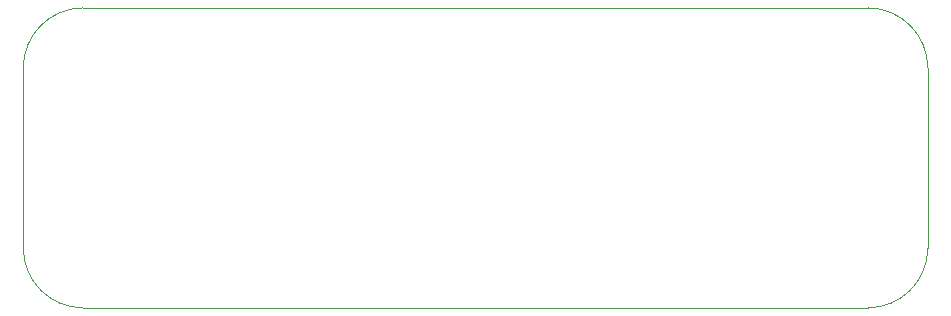
<source format=gbr>
%TF.GenerationSoftware,KiCad,Pcbnew,8.0.1*%
%TF.CreationDate,2024-03-19T19:55:23+01:00*%
%TF.ProjectId,lang1,6c616e67-312e-46b6-9963-61645f706362,rev?*%
%TF.SameCoordinates,Original*%
%TF.FileFunction,Profile,NP*%
%FSLAX46Y46*%
G04 Gerber Fmt 4.6, Leading zero omitted, Abs format (unit mm)*
G04 Created by KiCad (PCBNEW 8.0.1) date 2024-03-19 19:55:23*
%MOMM*%
%LPD*%
G01*
G04 APERTURE LIST*
%TA.AperFunction,Profile*%
%ADD10C,0.100000*%
%TD*%
%TA.AperFunction,Profile*%
%ADD11C,0.050000*%
%TD*%
G04 APERTURE END LIST*
D10*
X165484000Y-73660000D02*
X99060000Y-73660000D01*
X170564000Y-53340000D02*
X170564000Y-68580000D01*
D11*
X93980000Y-53340000D02*
G75*
G02*
X99060000Y-48260000I5080000J0D01*
G01*
D10*
X99060000Y-48260000D02*
X165484000Y-48260000D01*
X93980000Y-68580000D02*
X93980000Y-53340000D01*
D11*
X170564000Y-68580000D02*
G75*
G02*
X165484000Y-73660000I-5080000J0D01*
G01*
X165484000Y-48260000D02*
G75*
G02*
X170564000Y-53340000I0J-5080000D01*
G01*
X99060000Y-73660000D02*
G75*
G02*
X93980000Y-68580000I0J5080000D01*
G01*
M02*

</source>
